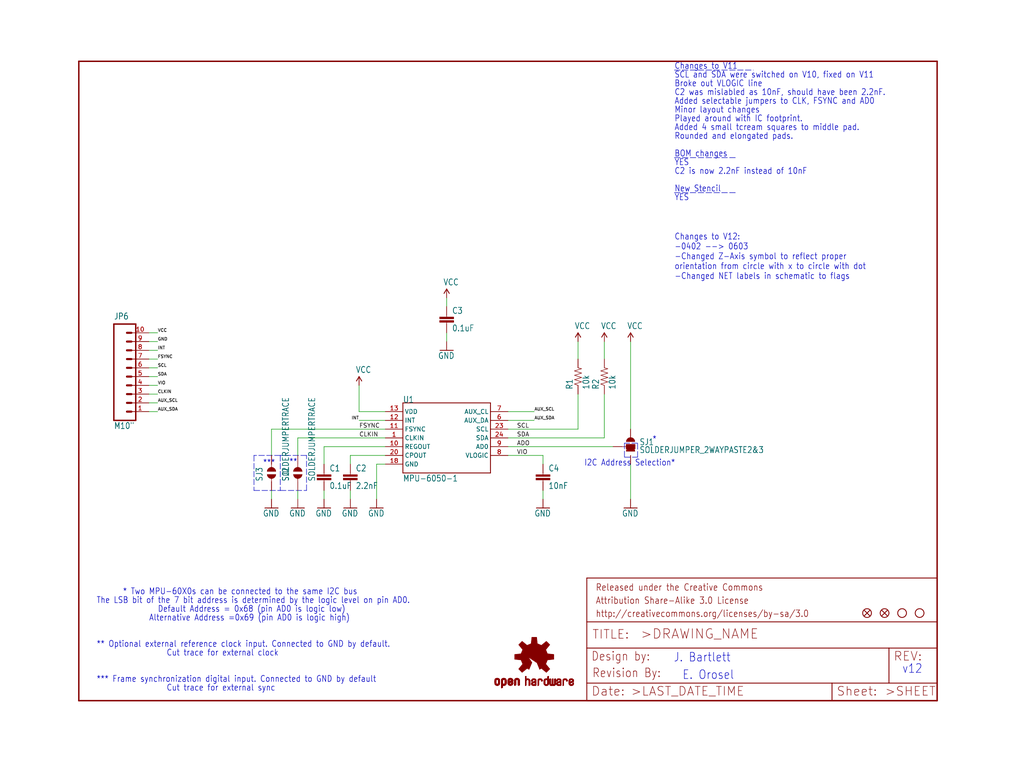
<source format=kicad_sch>
(kicad_sch (version 20211123) (generator eeschema)
  (paper "User" 297.002 224.18)
  (lib_symbols
    (symbol "schematicEagle-eagle-import:CAP0603-CAP"
      (property "Reference" "C" (at 1.524 2.921 0))
      (property "Value" "CAP0603-CAP" (at 1.524 -2.159 0))
      (symbol "CAP0603-CAP_1_0"
        (pin passive line (at 0 5.08 270) (length 2.54) (name "1") (number "1"))
        (pin passive line (at 0 -2.54 90) (length 2.54) (name "2") (number "2"))
      )
    )
    (symbol "schematicEagle-eagle-import:FIDUCIALUFIDUCIAL")
    (symbol "schematicEagle-eagle-import:FRAME-LETTER"
      (symbol "FRAME-LETTER_2_0"
        (text ">DRAWING_NAME" (at 15.494 17.78 0) (effects (font (size 2.7432 2.7432)) (justify left bottom)))
        (text ">LAST_DATE_TIME" (at 12.7 1.27 0) (effects (font (size 2.54 2.54)) (justify left bottom)))
        (text ">SHEET" (at 86.36 1.27 0) (effects (font (size 2.54 2.54)) (justify left bottom)))
        (text "Attribution Share-Alike 3.0 License" (at 2.54 27.94 0) (effects (font (size 1.9304 1.6408)) (justify left bottom)))
        (text "Date:" (at 1.27 1.27 0) (effects (font (size 2.54 2.54)) (justify left bottom)))
        (text "Design by:" (at 1.27 11.43 0) (effects (font (size 2.54 2.159)) (justify left bottom)))
        (text "http://creativecommons.org/licenses/by-sa/3.0" (at 2.54 24.13 0) (effects (font (size 1.9304 1.6408)) (justify left bottom)))
        (text "Released under the Creative Commons" (at 2.54 31.75 0) (effects (font (size 1.9304 1.6408)) (justify left bottom)))
        (text "REV:" (at 88.9 11.43 0) (effects (font (size 2.54 2.54)) (justify left bottom)))
        (text "Sheet:" (at 72.39 1.27 0) (effects (font (size 2.54 2.54)) (justify left bottom)))
        (text "TITLE:" (at 1.524 17.78 0) (effects (font (size 2.54 2.54)) (justify left bottom)))
      )
    )
    (symbol "schematicEagle-eagle-import:GND" (power)
      (property "Value" "GND" (at -2.54 -2.54 0))
      (symbol "GND_1_0"
        (pin power_in line (at 0 2.54 270) (length 2.54) (name "GND") (number "1"))
      )
    )
    (symbol "schematicEagle-eagle-import:M10{dblquote}"
      (property "Reference" "JP" (at 0 8.89 0))
      (property "Value" "M10{dblquote}" (at 0 -22.86 0))
      (symbol "M10{dblquote}_1_0"
        (pin passive line (at 10.16 -17.78 180) (length 5.08) (name "1") (number "1"))
        (pin passive line (at 10.16 5.08 180) (length 5.08) (name "10") (number "10"))
        (pin passive line (at 10.16 -15.24 180) (length 5.08) (name "2") (number "2"))
        (pin passive line (at 10.16 -12.7 180) (length 5.08) (name "3") (number "3"))
        (pin passive line (at 10.16 -10.16 180) (length 5.08) (name "4") (number "4"))
        (pin passive line (at 10.16 -7.62 180) (length 5.08) (name "5") (number "5"))
        (pin passive line (at 10.16 -5.08 180) (length 5.08) (name "6") (number "6"))
        (pin passive line (at 10.16 -2.54 180) (length 5.08) (name "7") (number "7"))
        (pin passive line (at 10.16 0 180) (length 5.08) (name "8") (number "8"))
        (pin passive line (at 10.16 2.54 180) (length 5.08) (name "9") (number "9"))
      )
    )
    (symbol "schematicEagle-eagle-import:MPU-6050-1"
      (property "Value" "MPU-6050-1" (at -12.7 -12.7 0))
      (symbol "MPU-6050-1_1_0"
        (pin bidirectional line (at -17.78 0 0) (length 5.08) (name "CLKIN") (number "1"))
        (pin bidirectional line (at -17.78 -2.54 0) (length 5.08) (name "REGOUT") (number "10"))
        (pin bidirectional line (at -17.78 2.54 0) (length 5.08) (name "FSYNC") (number "11"))
        (pin bidirectional line (at -17.78 5.08 0) (length 5.08) (name "INT") (number "12"))
        (pin bidirectional line (at -17.78 7.62 0) (length 5.08) (name "VDD") (number "13"))
        (pin bidirectional line (at -17.78 -7.62 0) (length 5.08) (name "GND") (number "18"))
        (pin bidirectional line (at -17.78 -5.08 0) (length 5.08) (name "CPOUT") (number "20"))
        (pin bidirectional line (at 17.78 2.54 180) (length 5.08) (name "SCL") (number "23"))
        (pin bidirectional line (at 17.78 0 180) (length 5.08) (name "SDA") (number "24"))
        (pin bidirectional line (at 17.78 5.08 180) (length 5.08) (name "AUX_DA") (number "6"))
        (pin bidirectional line (at 17.78 7.62 180) (length 5.08) (name "AUX_CL") (number "7"))
        (pin bidirectional line (at 17.78 -5.08 180) (length 5.08) (name "VLOGIC") (number "8"))
        (pin bidirectional line (at 17.78 -2.54 180) (length 5.08) (name "AD0") (number "9"))
      )
    )
    (symbol "schematicEagle-eagle-import:OSHW-LOGOS")
    (symbol "schematicEagle-eagle-import:RESISTOR0603-RES"
      (property "Reference" "R" (at -3.81 1.4986 0))
      (property "Value" "RESISTOR0603-RES" (at -3.81 -3.302 0))
      (symbol "RESISTOR0603-RES_1_0"
        (pin passive line (at -5.08 0 0) (length 2.54) (name "1") (number "1"))
        (pin passive line (at 5.08 0 180) (length 2.54) (name "2") (number "2"))
      )
    )
    (symbol "schematicEagle-eagle-import:REVISION"
      (symbol "REVISION_1_0"
        (text "Revision By: " (at 0 0 0) (effects (font (size 2.54 2.159)) (justify left bottom)))
      )
    )
    (symbol "schematicEagle-eagle-import:SOLDERJUMPERTRACE"
      (property "Reference" "SJ" (at -2.54 2.54 0))
      (property "Value" "SOLDERJUMPERTRACE" (at -2.54 -5.08 0))
      (symbol "SOLDERJUMPERTRACE_1_0"
        (pin passive line (at -5.08 0 0) (length 2.54) (name "1") (number "1"))
        (pin passive line (at 5.08 0 180) (length 2.54) (name "2") (number "2"))
      )
    )
    (symbol "schematicEagle-eagle-import:SOLDERJUMPER_2WAYPASTE2&3"
      (property "Reference" "SJ" (at 2.54 0.381 0))
      (property "Value" "SOLDERJUMPER_2WAYPASTE2&3" (at 2.54 -1.905 0))
      (symbol "SOLDERJUMPER_2WAYPASTE2&3_1_0"
        (pin passive line (at 0 5.08 270) (length 2.54) (name "1") (number "1"))
        (pin passive line (at -5.08 0 0) (length 2.54) (name "2") (number "2"))
        (pin passive line (at 0 -5.08 90) (length 2.54) (name "3") (number "3"))
      )
    )
    (symbol "schematicEagle-eagle-import:STAND-OFFTIGHT")
    (symbol "schematicEagle-eagle-import:VCC" (power)
      (property "Value" "VCC" (at -1.016 3.556 0))
      (symbol "VCC_1_0"
        (pin power_in line (at 0 0 90) (length 2.54) (name "VCC") (number "1"))
      )
    )
  )
  (wire (pts (xy 167.64 114.3) (xy 167.64 124.46)))
  (polyline (pts (xy 181.102 128.524) (xy 181.102 132.588)))
  (wire (pts (xy 43.18 116.84) (xy 45.72 116.84)))
  (polyline (pts (xy 88.9 132.08) (xy 81.28 132.08)))
  (wire (pts (xy 78.74 132.08) (xy 78.74 124.46)))
  (wire (pts (xy 43.18 101.6) (xy 45.72 101.6)))
  (polyline (pts (xy 81.28 132.08) (xy 73.66 132.08)))
  (wire (pts (xy 43.18 96.52) (xy 45.72 96.52)))
  (wire (pts (xy 167.64 104.14) (xy 167.64 99.06)))
  (polyline (pts (xy 88.9 142.24) (xy 88.9 132.08)))
  (polyline (pts (xy 184.912 128.524) (xy 181.102 128.524)))
  (wire (pts (xy 104.14 119.38) (xy 104.14 111.76)))
  (wire (pts (xy 147.32 132.08) (xy 157.48 132.08)))
  (wire (pts (xy 129.54 88.9) (xy 129.54 86.36)))
  (wire (pts (xy 78.74 144.78) (xy 78.74 142.24)))
  (wire (pts (xy 147.32 129.54) (xy 177.8 129.54)))
  (wire (pts (xy 182.88 99.06) (xy 182.88 124.46)))
  (polyline (pts (xy 195.58 20.32) (xy 218.44 20.32)))
  (wire (pts (xy 167.64 124.46) (xy 147.32 124.46)))
  (wire (pts (xy 43.18 106.68) (xy 45.72 106.68)))
  (wire (pts (xy 182.88 144.78) (xy 182.88 134.62)))
  (polyline (pts (xy 184.912 132.588) (xy 184.912 128.524)))
  (polyline (pts (xy 73.66 132.08) (xy 73.66 142.24)))
  (wire (pts (xy 43.18 119.38) (xy 45.72 119.38)))
  (wire (pts (xy 86.36 132.08) (xy 86.36 127)))
  (wire (pts (xy 101.6 134.62) (xy 101.6 132.08)))
  (wire (pts (xy 175.26 99.06) (xy 175.26 104.14)))
  (wire (pts (xy 93.98 129.54) (xy 93.98 134.62)))
  (wire (pts (xy 93.98 142.24) (xy 93.98 144.78)))
  (wire (pts (xy 43.18 99.06) (xy 45.72 99.06)))
  (wire (pts (xy 157.48 144.78) (xy 157.48 142.24)))
  (wire (pts (xy 175.26 114.3) (xy 175.26 127)))
  (wire (pts (xy 109.22 134.62) (xy 111.76 134.62)))
  (wire (pts (xy 43.18 114.3) (xy 45.72 114.3)))
  (wire (pts (xy 111.76 127) (xy 86.36 127)))
  (wire (pts (xy 43.18 104.14) (xy 45.72 104.14)))
  (wire (pts (xy 147.32 119.38) (xy 154.94 119.38)))
  (wire (pts (xy 111.76 132.08) (xy 101.6 132.08)))
  (wire (pts (xy 43.18 109.22) (xy 45.72 109.22)))
  (wire (pts (xy 78.74 124.46) (xy 111.76 124.46)))
  (wire (pts (xy 86.36 144.78) (xy 86.36 142.24)))
  (wire (pts (xy 111.76 119.38) (xy 104.14 119.38)))
  (polyline (pts (xy 195.58 55.88) (xy 213.36 55.88)))
  (wire (pts (xy 111.76 121.92) (xy 104.14 121.92)))
  (wire (pts (xy 43.18 111.76) (xy 45.72 111.76)))
  (wire (pts (xy 147.32 121.92) (xy 154.94 121.92)))
  (wire (pts (xy 157.48 134.62) (xy 157.48 132.08)))
  (polyline (pts (xy 73.66 142.24) (xy 81.28 142.24)))
  (wire (pts (xy 101.6 144.78) (xy 101.6 142.24)))
  (wire (pts (xy 129.54 99.06) (xy 129.54 96.52)))
  (polyline (pts (xy 195.58 45.72) (xy 213.36 45.72)))
  (wire (pts (xy 175.26 127) (xy 147.32 127)))
  (polyline (pts (xy 81.28 142.24) (xy 88.9 142.24)))
  (polyline (pts (xy 181.102 132.588) (xy 184.912 132.588)))
  (wire (pts (xy 111.76 129.54) (xy 93.98 129.54)))
  (polyline (pts (xy 81.28 132.08) (xy 81.28 142.24)))
  (wire (pts (xy 109.22 144.78) (xy 109.22 134.62)))
  (text "Rounded and elongated pads." (at 195.58 40.64 180) (effects (font (size 1.778 1.5113)) (justify left bottom)))
  (text "E. Orosel" (at 197.866 197.358 180) (effects (font (size 2.54 2.159)) (justify left bottom)))
  (text "*" (at 190.5 126.492 180) (effects (font (size 1.778 1.5113)) (justify right top)))
  (text "New Stencil" (at 195.58 55.88 180) (effects (font (size 1.778 1.5113)) (justify left bottom)))
  (text "Changes to V12:\n-0402 --> 0603\n-Changed Z-Axis symbol to reflect proper\norientation from circle with x to circle with dot\n-Changed NET labels in schematic to flags" (at 195.58 81.28 0) (effects (font (size 1.778 1.5113)) (justify left bottom)))
  (text "I2C Address Selection*" (at 169.418 135.382 180) (effects (font (size 1.778 1.5113)) (justify left bottom)))
  (text "J. Bartlett" (at 195.326 192.278 180) (effects (font (size 2.54 2.159)) (justify left bottom)))
  (text "BOM changes" (at 195.58 45.72 180) (effects (font (size 1.778 1.5113)) (justify left bottom)))
  (text "*** Frame synchronization digital input. Connected to GND by default" (at 27.94 198.12 0) (effects (font (size 1.778 1.5113)) (justify left bottom)))
  (text "Default Address = 0x68 (pin AD0 is logic low)" (at 45.72 177.8 180) (effects (font (size 1.778 1.5113)) (justify left bottom)))
  (text "** Optional external reference clock input. Connected to GND by default." (at 27.94 187.96 0) (effects (font (size 1.778 1.5113)) (justify left bottom)))
  (text "Added selectable jumpers to CLK, FSYNC and AD0" (at 195.58 30.48 180) (effects (font (size 1.778 1.5113)) (justify left bottom)))
  (text "SCL and SDA were switched on V10, fixed on V11" (at 195.58 22.86 180) (effects (font (size 1.778 1.5113)) (justify left bottom)))
  (text "v12" (at 261.62 195.58 180) (effects (font (size 2.54 2.159)) (justify left bottom)))
  (text "Broke out VLOGIC line" (at 195.58 25.4 180) (effects (font (size 1.778 1.5113)) (justify left bottom)))
  (text "Cut trace for external sync" (at 48.26 200.66 180) (effects (font (size 1.778 1.5113)) (justify left bottom)))
  (text "Alternative Address =0x69 (pin AD0 is logic high)" (at 43.18 180.34 180) (effects (font (size 1.778 1.5113)) (justify left bottom)))
  (text "YES" (at 195.58 48.26 180) (effects (font (size 1.778 1.5113)) (justify left bottom)))
  (text "***" (at 76.2 135.382 180) (effects (font (size 1.778 1.5113)) (justify left bottom)))
  (text "C2 was mislabled as 10nF, should have been 2.2nF." (at 195.58 27.94 180) (effects (font (size 1.778 1.5113)) (justify left bottom)))
  (text "Changes to V11" (at 195.58 20.32 180) (effects (font (size 1.778 1.5113)) (justify left bottom)))
  (text "Added 4 small tcream squares to middle pad." (at 195.58 38.1 180) (effects (font (size 1.778 1.5113)) (justify left bottom)))
  (text "The LSB bit of the 7 bit address is determined by the logic level on pin AD0." (at 27.94 175.26 0) (effects (font (size 1.778 1.5113)) (justify left bottom)))
  (text "YES" (at 195.58 58.42 180) (effects (font (size 1.778 1.5113)) (justify left bottom)))
  (text "Minor layout changes" (at 195.58 33.02 180) (effects (font (size 1.778 1.5113)) (justify left bottom)))
  (text "* Two MPU-60X0s can be connected to the same I2C bus" (at 35.56 172.72 0) (effects (font (size 1.778 1.5113)) (justify left bottom)))
  (text "Cut trace for external clock" (at 48.26 190.5 180) (effects (font (size 1.778 1.5113)) (justify left bottom)))
  (text "**" (at 83.82 135.128 180) (effects (font (size 1.778 1.5113)) (justify left bottom)))
  (text "C2 is now 2.2nF instead of 10nF" (at 195.58 50.8 180) (effects (font (size 1.778 1.5113)) (justify left bottom)))
  (text "Played around with IC footprint." (at 195.58 35.56 180) (effects (font (size 1.778 1.5113)) (justify left bottom)))
  (label "AUX_SCL" (at 45.72 116.84 0) (effects (font (size 0.889 0.889))))
  (label "INT" (at 104.14 121.92 180) (effects (font (size 0.889 0.889))))
  (label "SDA" (at 149.86 127 0) (effects (font (size 1.2446 1.2446))))
  (label "FSYNC" (at 45.72 104.14 0) (effects (font (size 0.889 0.889))))
  (label "AUX_SCL" (at 154.94 119.38 0) (effects (font (size 0.889 0.889))))
  (label "VIO" (at 45.72 111.76 0) (effects (font (size 0.889 0.889))))
  (label "CLKIN" (at 45.72 114.3 0) (effects (font (size 0.889 0.889))))
  (label "AUX_SDA" (at 154.94 121.92 0) (effects (font (size 0.889 0.889))))
  (label "INT" (at 45.72 101.6 0) (effects (font (size 0.889 0.889))))
  (label "GND" (at 45.72 99.06 0) (effects (font (size 0.889 0.889))))
  (label "FSYNC" (at 104.14 124.46 0) (effects (font (size 1.2446 1.2446))))
  (label "VCC" (at 45.72 96.52 0) (effects (font (size 0.889 0.889))))
  (label "SCL" (at 149.86 124.46 0) (effects (font (size 1.2446 1.2446))))
  (label "SCL" (at 45.72 106.68 0) (effects (font (size 0.889 0.889))))
  (label "ADO" (at 149.86 129.54 0) (effects (font (size 1.2446 1.2446))))
  (label "SDA" (at 45.72 109.22 0) (effects (font (size 0.889 0.889))))
  (label "AUX_SDA" (at 45.72 119.38 0) (effects (font (size 0.889 0.889))))
  (label "VIO" (at 149.86 132.08 0) (effects (font (size 1.2446 1.2446))))
  (label "CLKIN" (at 104.14 127 0) (effects (font (size 1.2446 1.2446))))
  (symbol (lib_id "schematicEagle-eagle-import:CAP0603-CAP") (at 157.48 139.7 0) (unit 1)
    (property "Reference" "C4" (at 159.004 136.779 0) (effects (font (size 1.778 1.5113)) (justify left bottom)))
    (property "Value" "10nF" (at 159.004 141.859 0) (effects (font (size 1.778 1.5113)) (justify left bottom)))
    (property "Footprint" "schematicEagle:0603-CAP" (effects hide))
  )
  (symbol (lib_id "schematicEagle-eagle-import:VCC") (at 129.54 86.36 0) (unit 1)
    (property "Reference" "#P+1" (effects hide))
    (property "Value" "VCC" (at 128.524 82.804 0) (effects (font (size 1.778 1.5113)) (justify left bottom)))
    (property "Footprint" "schematicEagle:" (effects hide))
  )
  (symbol (lib_id "schematicEagle-eagle-import:RESISTOR0603-RES") (at 175.26 109.22 90) (unit 1)
    (property "Reference" "R2" (at 173.7614 113.03 0) (effects (font (size 1.778 1.5113)) (justify left bottom)))
    (property "Value" "10k" (at 178.562 113.03 0) (effects (font (size 1.778 1.5113)) (justify left bottom)))
    (property "Footprint" "schematicEagle:0603-RES" (effects hide))
  )
  (symbol (lib_id "schematicEagle-eagle-import:GND") (at 157.48 147.32 0) (unit 1)
    (property "Reference" "#GND2" (effects hide))
    (property "Value" "GND" (at 154.94 149.86 0) (effects (font (size 1.778 1.5113)) (justify left bottom)))
    (property "Footprint" "schematicEagle:" (effects hide))
  )
  (symbol (lib_id "schematicEagle-eagle-import:VCC") (at 175.26 99.06 0) (unit 1)
    (property "Reference" "#P+4" (effects hide))
    (property "Value" "VCC" (at 174.244 95.504 0) (effects (font (size 1.778 1.5113)) (justify left bottom)))
    (property "Footprint" "schematicEagle:" (effects hide))
  )
  (symbol (lib_id "schematicEagle-eagle-import:GND") (at 182.88 147.32 0) (unit 1)
    (property "Reference" "#GND7" (effects hide))
    (property "Value" "GND" (at 180.34 149.86 0) (effects (font (size 1.778 1.5113)) (justify left bottom)))
    (property "Footprint" "schematicEagle:" (effects hide))
  )
  (symbol (lib_id "schematicEagle-eagle-import:OSHW-LOGOS") (at 154.94 190.5 0) (unit 1)
    (property "Reference" "U$1" (effects hide))
    (property "Value" "OSHW-LOGOS" (effects hide))
    (property "Footprint" "schematicEagle:OSHW-LOGO-S" (effects hide))
  )
  (symbol (lib_id "schematicEagle-eagle-import:GND") (at 93.98 147.32 0) (unit 1)
    (property "Reference" "#GND5" (effects hide))
    (property "Value" "GND" (at 91.44 149.86 0) (effects (font (size 1.778 1.5113)) (justify left bottom)))
    (property "Footprint" "schematicEagle:" (effects hide))
  )
  (symbol (lib_id "schematicEagle-eagle-import:SOLDERJUMPERTRACE") (at 86.36 137.16 90) (unit 1)
    (property "Reference" "SJ2" (at 83.82 139.7 0) (effects (font (size 1.778 1.5113)) (justify left bottom)))
    (property "Value" "SOLDERJUMPERTRACE" (at 91.44 139.7 0) (effects (font (size 1.778 1.5113)) (justify left bottom)))
    (property "Footprint" "schematicEagle:SJ_2S-TRACE" (effects hide))
  )
  (symbol (lib_id "schematicEagle-eagle-import:GND") (at 101.6 147.32 0) (unit 1)
    (property "Reference" "#GND4" (effects hide))
    (property "Value" "GND" (at 99.06 149.86 0) (effects (font (size 1.778 1.5113)) (justify left bottom)))
    (property "Footprint" "schematicEagle:" (effects hide))
  )
  (symbol (lib_id "schematicEagle-eagle-import:CAP0603-CAP") (at 129.54 93.98 0) (unit 1)
    (property "Reference" "C3" (at 131.064 91.059 0) (effects (font (size 1.778 1.5113)) (justify left bottom)))
    (property "Value" "0.1uF" (at 131.064 96.139 0) (effects (font (size 1.778 1.5113)) (justify left bottom)))
    (property "Footprint" "schematicEagle:0603-CAP" (effects hide))
  )
  (symbol (lib_id "schematicEagle-eagle-import:VCC") (at 182.88 99.06 0) (unit 1)
    (property "Reference" "#P+2" (effects hide))
    (property "Value" "VCC" (at 181.864 95.504 0) (effects (font (size 1.778 1.5113)) (justify left bottom)))
    (property "Footprint" "schematicEagle:" (effects hide))
  )
  (symbol (lib_id "schematicEagle-eagle-import:MPU-6050-1") (at 129.54 127 0) (unit 1)
    (property "Reference" "U1" (at 116.84 116.84 0) (effects (font (size 1.778 1.5113)) (justify left bottom)))
    (property "Value" "MPU-6050-1" (at 116.84 139.7 0) (effects (font (size 1.778 1.5113)) (justify left bottom)))
    (property "Footprint" "schematicEagle:QFN-24-4MM2" (effects hide))
  )
  (symbol (lib_id "schematicEagle-eagle-import:CAP0603-CAP") (at 101.6 139.7 0) (unit 1)
    (property "Reference" "C2" (at 103.124 136.779 0) (effects (font (size 1.778 1.5113)) (justify left bottom)))
    (property "Value" "2.2nF" (at 103.124 141.859 0) (effects (font (size 1.778 1.5113)) (justify left bottom)))
    (property "Footprint" "schematicEagle:0603-CAP" (effects hide))
  )
  (symbol (lib_id "schematicEagle-eagle-import:M10{dblquote}") (at 33.02 101.6 0) (unit 1)
    (property "Reference" "JP6" (at 33.02 92.71 0) (effects (font (size 1.778 1.5113)) (justify left bottom)))
    (property "Value" "M10{dblquote}" (at 33.02 124.46 0) (effects (font (size 1.778 1.5113)) (justify left bottom)))
    (property "Footprint" "schematicEagle:1X10" (effects hide))
  )
  (symbol (lib_id "schematicEagle-eagle-import:FIDUCIALUFIDUCIAL") (at 256.54 177.8 0) (unit 1)
    (property "Reference" "JP5" (effects hide))
    (property "Value" "FIDUCIALUFIDUCIAL" (effects hide))
    (property "Footprint" "schematicEagle:MICRO-FIDUCIAL" (effects hide))
  )
  (symbol (lib_id "schematicEagle-eagle-import:GND") (at 78.74 147.32 0) (unit 1)
    (property "Reference" "#GND8" (effects hide))
    (property "Value" "GND" (at 76.2 149.86 0) (effects (font (size 1.778 1.5113)) (justify left bottom)))
    (property "Footprint" "schematicEagle:" (effects hide))
  )
  (symbol (lib_id "schematicEagle-eagle-import:STAND-OFFTIGHT") (at 261.62 177.8 0) (unit 1)
    (property "Reference" "JP4" (effects hide))
    (property "Value" "STAND-OFFTIGHT" (effects hide))
    (property "Footprint" "schematicEagle:STAND-OFF-TIGHT" (effects hide))
  )
  (symbol (lib_id "schematicEagle-eagle-import:FRAME-LETTER") (at 22.86 203.2 0) (unit 1)
    (property "Reference" "FRAME1" (effects hide))
    (property "Value" "FRAME-LETTER" (effects hide))
    (property "Footprint" "schematicEagle:CREATIVE_COMMONS" (effects hide))
  )
  (symbol (lib_id "schematicEagle-eagle-import:CAP0603-CAP") (at 93.98 139.7 0) (unit 1)
    (property "Reference" "C1" (at 95.504 136.779 0) (effects (font (size 1.778 1.5113)) (justify left bottom)))
    (property "Value" "0.1uF" (at 95.504 141.859 0) (effects (font (size 1.778 1.5113)) (justify left bottom)))
    (property "Footprint" "schematicEagle:0603-CAP" (effects hide))
  )
  (symbol (lib_id "schematicEagle-eagle-import:STAND-OFFTIGHT") (at 266.7 177.8 0) (unit 1)
    (property "Reference" "JP3" (effects hide))
    (property "Value" "STAND-OFFTIGHT" (effects hide))
    (property "Footprint" "schematicEagle:STAND-OFF-TIGHT" (effects hide))
  )
  (symbol (lib_id "schematicEagle-eagle-import:GND") (at 129.54 101.6 0) (unit 1)
    (property "Reference" "#GND3" (effects hide))
    (property "Value" "GND" (at 127 104.14 0) (effects (font (size 1.778 1.5113)) (justify left bottom)))
    (property "Footprint" "schematicEagle:" (effects hide))
  )
  (symbol (lib_id "schematicEagle-eagle-import:VCC") (at 104.14 111.76 0) (unit 1)
    (property "Reference" "#P+3" (effects hide))
    (property "Value" "VCC" (at 103.124 108.204 0) (effects (font (size 1.778 1.5113)) (justify left bottom)))
    (property "Footprint" "schematicEagle:" (effects hide))
  )
  (symbol (lib_id "schematicEagle-eagle-import:GND") (at 86.36 147.32 0) (unit 1)
    (property "Reference" "#GND6" (effects hide))
    (property "Value" "GND" (at 83.82 149.86 0) (effects (font (size 1.778 1.5113)) (justify left bottom)))
    (property "Footprint" "schematicEagle:" (effects hide))
  )
  (symbol (lib_id "schematicEagle-eagle-import:FIDUCIALUFIDUCIAL") (at 251.46 177.8 0) (unit 1)
    (property "Reference" "JP2" (effects hide))
    (property "Value" "FIDUCIALUFIDUCIAL" (effects hide))
    (property "Footprint" "schematicEagle:MICRO-FIDUCIAL" (effects hide))
  )
  (symbol (lib_id "schematicEagle-eagle-import:REVISION") (at 171.704 196.596 0) (unit 1)
    (property "Reference" "U$5" (effects hide))
    (property "Value" "REVISION" (effects hide))
    (property "Footprint" "schematicEagle:REVISION" (effects hide))
  )
  (symbol (lib_id "schematicEagle-eagle-import:RESISTOR0603-RES") (at 167.64 109.22 90) (unit 1)
    (property "Reference" "R1" (at 166.1414 113.03 0) (effects (font (size 1.778 1.5113)) (justify left bottom)))
    (property "Value" "10k" (at 170.942 113.03 0) (effects (font (size 1.778 1.5113)) (justify left bottom)))
    (property "Footprint" "schematicEagle:0603-RES" (effects hide))
  )
  (symbol (lib_id "schematicEagle-eagle-import:FRAME-LETTER") (at 170.18 203.2 0) (unit 2)
    (property "Reference" "FRAME1" (effects hide))
    (property "Value" "FRAME-LETTER" (effects hide))
    (property "Footprint" "schematicEagle:CREATIVE_COMMONS" (effects hide))
  )
  (symbol (lib_id "schematicEagle-eagle-import:SOLDERJUMPER_2WAYPASTE2&3") (at 182.88 129.54 0) (unit 1)
    (property "Reference" "SJ1" (at 185.42 129.159 0) (effects (font (size 1.778 1.5113)) (justify left bottom)))
    (property "Value" "SOLDERJUMPER_2WAYPASTE2&3" (at 185.42 131.445 0) (effects (font (size 1.778 1.5113)) (justify left bottom)))
    (property "Footprint" "schematicEagle:SJ_3_PASTE2&3" (effects hide))
  )
  (symbol (lib_id "schematicEagle-eagle-import:GND") (at 109.22 147.32 0) (unit 1)
    (property "Reference" "#GND1" (effects hide))
    (property "Value" "GND" (at 106.68 149.86 0) (effects (font (size 1.778 1.5113)) (justify left bottom)))
    (property "Footprint" "schematicEagle:" (effects hide))
  )
  (symbol (lib_id "schematicEagle-eagle-import:VCC") (at 167.64 99.06 0) (unit 1)
    (property "Reference" "#P+5" (effects hide))
    (property "Value" "VCC" (at 166.624 95.504 0) (effects (font (size 1.778 1.5113)) (justify left bottom)))
    (property "Footprint" "schematicEagle:" (effects hide))
  )
  (symbol (lib_id "schematicEagle-eagle-import:SOLDERJUMPERTRACE") (at 78.74 137.16 90) (unit 1)
    (property "Reference" "SJ3" (at 76.2 139.7 0) (effects (font (size 1.778 1.5113)) (justify left bottom)))
    (property "Value" "SOLDERJUMPERTRACE" (at 83.82 139.7 0) (effects (font (size 1.778 1.5113)) (justify left bottom)))
    (property "Footprint" "schematicEagle:SJ_2S-TRACE" (effects hide))
  )
)
</source>
